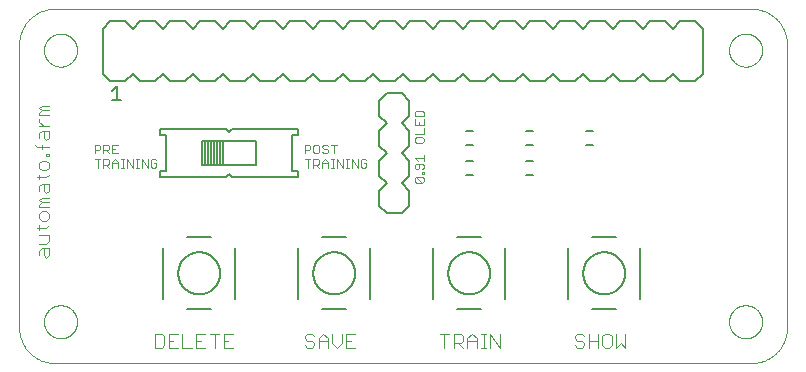
<source format=gto>
G75*
%MOIN*%
%OFA0B0*%
%FSLAX25Y25*%
%IPPOS*%
%LPD*%
%AMOC8*
5,1,8,0,0,1.08239X$1,22.5*
%
%ADD10C,0.00400*%
%ADD11C,0.00300*%
%ADD12C,0.00500*%
%ADD13C,0.00800*%
%ADD14C,0.00600*%
%ADD15C,0.00000*%
D10*
X0050200Y0010200D02*
X0052502Y0010200D01*
X0053269Y0010967D01*
X0053269Y0014037D01*
X0052502Y0014804D01*
X0050200Y0014804D01*
X0050200Y0010200D01*
X0054804Y0010200D02*
X0057873Y0010200D01*
X0059408Y0010200D02*
X0062477Y0010200D01*
X0064012Y0010200D02*
X0067081Y0010200D01*
X0064012Y0010200D02*
X0064012Y0014804D01*
X0067081Y0014804D01*
X0068616Y0014804D02*
X0071685Y0014804D01*
X0073220Y0014804D02*
X0073220Y0010200D01*
X0076289Y0010200D01*
X0074754Y0012502D02*
X0073220Y0012502D01*
X0073220Y0014804D02*
X0076289Y0014804D01*
X0070150Y0014804D02*
X0070150Y0010200D01*
X0065546Y0012502D02*
X0064012Y0012502D01*
X0059408Y0014804D02*
X0059408Y0010200D01*
X0056339Y0012502D02*
X0054804Y0012502D01*
X0054804Y0014804D02*
X0054804Y0010200D01*
X0054804Y0014804D02*
X0057873Y0014804D01*
X0100200Y0014037D02*
X0100200Y0013269D01*
X0100967Y0012502D01*
X0102502Y0012502D01*
X0103269Y0011735D01*
X0103269Y0010967D01*
X0102502Y0010200D01*
X0100967Y0010200D01*
X0100200Y0010967D01*
X0104804Y0010200D02*
X0104804Y0013269D01*
X0106339Y0014804D01*
X0107873Y0013269D01*
X0107873Y0010200D01*
X0109408Y0011735D02*
X0110942Y0010200D01*
X0112477Y0011735D01*
X0112477Y0014804D01*
X0114012Y0014804D02*
X0114012Y0010200D01*
X0117081Y0010200D01*
X0115546Y0012502D02*
X0114012Y0012502D01*
X0114012Y0014804D02*
X0117081Y0014804D01*
X0109408Y0014804D02*
X0109408Y0011735D01*
X0107873Y0012502D02*
X0104804Y0012502D01*
X0103269Y0014037D02*
X0102502Y0014804D01*
X0100967Y0014804D01*
X0100200Y0014037D01*
X0145200Y0014804D02*
X0148269Y0014804D01*
X0146735Y0014804D02*
X0146735Y0010200D01*
X0149804Y0010200D02*
X0149804Y0014804D01*
X0152106Y0014804D01*
X0152873Y0014037D01*
X0152873Y0012502D01*
X0152106Y0011735D01*
X0149804Y0011735D01*
X0151339Y0011735D02*
X0152873Y0010200D01*
X0154408Y0010200D02*
X0154408Y0013269D01*
X0155942Y0014804D01*
X0157477Y0013269D01*
X0157477Y0010200D01*
X0159012Y0010200D02*
X0160546Y0010200D01*
X0159779Y0010200D02*
X0159779Y0014804D01*
X0159012Y0014804D02*
X0160546Y0014804D01*
X0162081Y0014804D02*
X0165150Y0010200D01*
X0165150Y0014804D01*
X0162081Y0014804D02*
X0162081Y0010200D01*
X0157477Y0012502D02*
X0154408Y0012502D01*
X0190200Y0013269D02*
X0190967Y0012502D01*
X0192502Y0012502D01*
X0193269Y0011735D01*
X0193269Y0010967D01*
X0192502Y0010200D01*
X0190967Y0010200D01*
X0190200Y0010967D01*
X0190200Y0013269D02*
X0190200Y0014037D01*
X0190967Y0014804D01*
X0192502Y0014804D01*
X0193269Y0014037D01*
X0194804Y0014804D02*
X0194804Y0010200D01*
X0197873Y0010200D02*
X0197873Y0014804D01*
X0199408Y0014037D02*
X0199408Y0010967D01*
X0200175Y0010200D01*
X0201710Y0010200D01*
X0202477Y0010967D01*
X0202477Y0014037D01*
X0201710Y0014804D01*
X0200175Y0014804D01*
X0199408Y0014037D01*
X0197873Y0012502D02*
X0194804Y0012502D01*
X0204012Y0014804D02*
X0204012Y0010200D01*
X0205546Y0011735D01*
X0207081Y0010200D01*
X0207081Y0014804D01*
X0014800Y0040967D02*
X0014033Y0040200D01*
X0013265Y0040967D01*
X0013265Y0043269D01*
X0012498Y0043269D02*
X0014800Y0043269D01*
X0014800Y0040967D01*
X0011731Y0040967D02*
X0011731Y0042502D01*
X0012498Y0043269D01*
X0011731Y0044804D02*
X0014033Y0044804D01*
X0014800Y0045571D01*
X0014800Y0047873D01*
X0011731Y0047873D01*
X0011731Y0049408D02*
X0011731Y0050942D01*
X0010963Y0050175D02*
X0014033Y0050175D01*
X0014800Y0050942D01*
X0014033Y0052477D02*
X0012498Y0052477D01*
X0011731Y0053244D01*
X0011731Y0054779D01*
X0012498Y0055546D01*
X0014033Y0055546D01*
X0014800Y0054779D01*
X0014800Y0053244D01*
X0014033Y0052477D01*
X0014800Y0057081D02*
X0011731Y0057081D01*
X0011731Y0057848D01*
X0012498Y0058616D01*
X0011731Y0059383D01*
X0012498Y0060150D01*
X0014800Y0060150D01*
X0014800Y0058616D02*
X0012498Y0058616D01*
X0014033Y0061685D02*
X0013265Y0062452D01*
X0013265Y0064754D01*
X0012498Y0064754D02*
X0014800Y0064754D01*
X0014800Y0062452D01*
X0014033Y0061685D01*
X0011731Y0062452D02*
X0011731Y0063987D01*
X0012498Y0064754D01*
X0011731Y0066289D02*
X0011731Y0067824D01*
X0010963Y0067056D02*
X0014033Y0067056D01*
X0014800Y0067824D01*
X0014033Y0069358D02*
X0012498Y0069358D01*
X0011731Y0070125D01*
X0011731Y0071660D01*
X0012498Y0072427D01*
X0014033Y0072427D01*
X0014800Y0071660D01*
X0014800Y0070125D01*
X0014033Y0069358D01*
X0014033Y0073962D02*
X0014033Y0074729D01*
X0014800Y0074729D01*
X0014800Y0073962D01*
X0014033Y0073962D01*
X0012498Y0076264D02*
X0012498Y0077799D01*
X0010963Y0077031D02*
X0010196Y0077799D01*
X0010963Y0077031D02*
X0014800Y0077031D01*
X0014033Y0079333D02*
X0013265Y0080101D01*
X0013265Y0082403D01*
X0012498Y0082403D02*
X0014800Y0082403D01*
X0014800Y0080101D01*
X0014033Y0079333D01*
X0011731Y0080101D02*
X0011731Y0081635D01*
X0012498Y0082403D01*
X0011731Y0083937D02*
X0014800Y0083937D01*
X0013265Y0083937D02*
X0011731Y0085472D01*
X0011731Y0086239D01*
X0011731Y0087774D02*
X0011731Y0088541D01*
X0012498Y0089309D01*
X0011731Y0090076D01*
X0012498Y0090843D01*
X0014800Y0090843D01*
X0014800Y0089309D02*
X0012498Y0089309D01*
X0011731Y0087774D02*
X0014800Y0087774D01*
D11*
X0030150Y0077852D02*
X0031601Y0077852D01*
X0032085Y0077369D01*
X0032085Y0076401D01*
X0031601Y0075917D01*
X0030150Y0075917D01*
X0030150Y0074950D02*
X0030150Y0077852D01*
X0033097Y0077852D02*
X0034548Y0077852D01*
X0035031Y0077369D01*
X0035031Y0076401D01*
X0034548Y0075917D01*
X0033097Y0075917D01*
X0033097Y0074950D02*
X0033097Y0077852D01*
X0034064Y0075917D02*
X0035031Y0074950D01*
X0036043Y0074950D02*
X0037978Y0074950D01*
X0037011Y0076401D02*
X0036043Y0076401D01*
X0036043Y0077852D02*
X0036043Y0074950D01*
X0037011Y0073052D02*
X0036043Y0072085D01*
X0036043Y0070150D01*
X0035031Y0070150D02*
X0034064Y0071117D01*
X0034548Y0071117D02*
X0033097Y0071117D01*
X0033097Y0070150D02*
X0033097Y0073052D01*
X0034548Y0073052D01*
X0035031Y0072569D01*
X0035031Y0071601D01*
X0034548Y0071117D01*
X0036043Y0071601D02*
X0037978Y0071601D01*
X0037978Y0072085D02*
X0037978Y0070150D01*
X0038990Y0070150D02*
X0039957Y0070150D01*
X0039473Y0070150D02*
X0039473Y0073052D01*
X0038990Y0073052D02*
X0039957Y0073052D01*
X0040954Y0073052D02*
X0042889Y0070150D01*
X0042889Y0073052D01*
X0043900Y0073052D02*
X0044868Y0073052D01*
X0044384Y0073052D02*
X0044384Y0070150D01*
X0043900Y0070150D02*
X0044868Y0070150D01*
X0045865Y0070150D02*
X0045865Y0073052D01*
X0047800Y0070150D01*
X0047800Y0073052D01*
X0048811Y0072569D02*
X0048811Y0070634D01*
X0049295Y0070150D01*
X0050263Y0070150D01*
X0050746Y0070634D01*
X0050746Y0071601D01*
X0049779Y0071601D01*
X0050746Y0072569D02*
X0050263Y0073052D01*
X0049295Y0073052D01*
X0048811Y0072569D01*
X0040954Y0073052D02*
X0040954Y0070150D01*
X0037978Y0072085D02*
X0037011Y0073052D01*
X0032085Y0073052D02*
X0030150Y0073052D01*
X0031117Y0073052D02*
X0031117Y0070150D01*
X0036043Y0077852D02*
X0037978Y0077852D01*
X0100150Y0077852D02*
X0100150Y0074950D01*
X0100150Y0075917D02*
X0101601Y0075917D01*
X0102085Y0076401D01*
X0102085Y0077369D01*
X0101601Y0077852D01*
X0100150Y0077852D01*
X0103097Y0077369D02*
X0103097Y0075434D01*
X0103580Y0074950D01*
X0104548Y0074950D01*
X0105031Y0075434D01*
X0105031Y0077369D01*
X0104548Y0077852D01*
X0103580Y0077852D01*
X0103097Y0077369D01*
X0106043Y0077369D02*
X0106043Y0076885D01*
X0106527Y0076401D01*
X0107494Y0076401D01*
X0107978Y0075917D01*
X0107978Y0075434D01*
X0107494Y0074950D01*
X0106527Y0074950D01*
X0106043Y0075434D01*
X0109957Y0074950D02*
X0109957Y0077852D01*
X0108990Y0077852D02*
X0110925Y0077852D01*
X0107978Y0077369D02*
X0107494Y0077852D01*
X0106527Y0077852D01*
X0106043Y0077369D01*
X0107011Y0073052D02*
X0107978Y0072085D01*
X0107978Y0070150D01*
X0108990Y0070150D02*
X0109957Y0070150D01*
X0109473Y0070150D02*
X0109473Y0073052D01*
X0108990Y0073052D02*
X0109957Y0073052D01*
X0110954Y0073052D02*
X0112889Y0070150D01*
X0112889Y0073052D01*
X0113900Y0073052D02*
X0114868Y0073052D01*
X0114384Y0073052D02*
X0114384Y0070150D01*
X0113900Y0070150D02*
X0114868Y0070150D01*
X0115865Y0070150D02*
X0115865Y0073052D01*
X0117800Y0070150D01*
X0117800Y0073052D01*
X0118811Y0072569D02*
X0118811Y0070634D01*
X0119295Y0070150D01*
X0120263Y0070150D01*
X0120746Y0070634D01*
X0120746Y0071601D01*
X0119779Y0071601D01*
X0120746Y0072569D02*
X0120263Y0073052D01*
X0119295Y0073052D01*
X0118811Y0072569D01*
X0110954Y0073052D02*
X0110954Y0070150D01*
X0107978Y0071601D02*
X0106043Y0071601D01*
X0106043Y0072085D02*
X0106043Y0070150D01*
X0105031Y0070150D02*
X0104064Y0071117D01*
X0104548Y0071117D02*
X0103097Y0071117D01*
X0103097Y0070150D02*
X0103097Y0073052D01*
X0104548Y0073052D01*
X0105031Y0072569D01*
X0105031Y0071601D01*
X0104548Y0071117D01*
X0106043Y0072085D02*
X0107011Y0073052D01*
X0102085Y0073052D02*
X0100150Y0073052D01*
X0101117Y0073052D02*
X0101117Y0070150D01*
X0136948Y0070054D02*
X0137431Y0069570D01*
X0137915Y0069570D01*
X0138399Y0070054D01*
X0138399Y0071505D01*
X0139366Y0071505D02*
X0137431Y0071505D01*
X0136948Y0071021D01*
X0136948Y0070054D01*
X0139366Y0069570D02*
X0139850Y0070054D01*
X0139850Y0071021D01*
X0139366Y0071505D01*
X0139850Y0072516D02*
X0139850Y0074451D01*
X0139850Y0073484D02*
X0136948Y0073484D01*
X0137915Y0072516D01*
X0139366Y0068580D02*
X0139850Y0068580D01*
X0139850Y0068097D01*
X0139366Y0068097D01*
X0139366Y0068580D01*
X0139366Y0067085D02*
X0137431Y0067085D01*
X0139366Y0065150D01*
X0139850Y0065634D01*
X0139850Y0066601D01*
X0139366Y0067085D01*
X0137431Y0067085D02*
X0136948Y0066601D01*
X0136948Y0065634D01*
X0137431Y0065150D01*
X0139366Y0065150D01*
X0139366Y0078409D02*
X0137431Y0078409D01*
X0136948Y0078893D01*
X0136948Y0079861D01*
X0137431Y0080344D01*
X0139366Y0080344D01*
X0139850Y0079861D01*
X0139850Y0078893D01*
X0139366Y0078409D01*
X0139850Y0081356D02*
X0136948Y0081356D01*
X0139850Y0081356D02*
X0139850Y0083291D01*
X0139850Y0084302D02*
X0139850Y0086237D01*
X0139850Y0087249D02*
X0136948Y0087249D01*
X0136948Y0088700D01*
X0137431Y0089184D01*
X0139366Y0089184D01*
X0139850Y0088700D01*
X0139850Y0087249D01*
X0136948Y0086237D02*
X0136948Y0084302D01*
X0139850Y0084302D01*
X0138399Y0084302D02*
X0138399Y0085270D01*
D12*
X0098000Y0083000D02*
X0098000Y0081000D01*
X0096000Y0081000D01*
X0096000Y0069000D01*
X0098000Y0069000D01*
X0098000Y0067000D01*
X0076000Y0067000D01*
X0075000Y0068000D01*
X0074000Y0067000D01*
X0052000Y0067000D01*
X0052000Y0069000D01*
X0054000Y0069000D01*
X0054000Y0081000D01*
X0052000Y0081000D01*
X0052000Y0083000D01*
X0074000Y0083000D01*
X0075000Y0082000D01*
X0076000Y0083000D01*
X0098000Y0083000D01*
X0084000Y0079000D02*
X0084000Y0071000D01*
X0066000Y0071000D01*
X0066000Y0079000D01*
X0084000Y0079000D01*
X0073000Y0079000D02*
X0073000Y0071000D01*
X0072000Y0071000D02*
X0072000Y0079000D01*
X0071000Y0079000D02*
X0071000Y0071000D01*
X0070000Y0071000D02*
X0070000Y0079000D01*
X0069000Y0079000D02*
X0069000Y0071000D01*
X0068000Y0071000D02*
X0068000Y0079000D01*
X0067000Y0079000D02*
X0067000Y0071000D01*
X0039087Y0092766D02*
X0036085Y0092766D01*
X0037586Y0092766D02*
X0037586Y0097270D01*
X0036085Y0095768D01*
D13*
X0125000Y0092500D02*
X0125000Y0087500D01*
X0127500Y0085000D01*
X0125000Y0082500D01*
X0125000Y0077500D01*
X0127500Y0075000D01*
X0125000Y0072500D01*
X0125000Y0067500D01*
X0127500Y0065000D01*
X0125000Y0062500D01*
X0125000Y0057500D01*
X0127500Y0055000D01*
X0132500Y0055000D01*
X0135000Y0057500D01*
X0135000Y0062500D01*
X0132500Y0065000D01*
X0135000Y0067500D01*
X0135000Y0072500D01*
X0132500Y0075000D01*
X0135000Y0077500D01*
X0135000Y0082500D01*
X0132500Y0085000D01*
X0135000Y0087500D01*
X0135000Y0092500D01*
X0132500Y0095000D01*
X0127500Y0095000D01*
X0125000Y0092500D01*
X0114000Y0047000D02*
X0106071Y0047000D01*
X0098000Y0043500D02*
X0098000Y0026500D01*
X0105953Y0023000D02*
X0114000Y0023000D01*
X0122000Y0026500D02*
X0122000Y0043500D01*
X0103000Y0035000D02*
X0103002Y0035172D01*
X0103008Y0035343D01*
X0103019Y0035515D01*
X0103034Y0035686D01*
X0103053Y0035857D01*
X0103076Y0036027D01*
X0103103Y0036197D01*
X0103135Y0036366D01*
X0103170Y0036534D01*
X0103210Y0036701D01*
X0103254Y0036867D01*
X0103301Y0037032D01*
X0103353Y0037196D01*
X0103409Y0037358D01*
X0103469Y0037519D01*
X0103533Y0037679D01*
X0103601Y0037837D01*
X0103672Y0037993D01*
X0103747Y0038147D01*
X0103827Y0038300D01*
X0103909Y0038450D01*
X0103996Y0038599D01*
X0104086Y0038745D01*
X0104180Y0038889D01*
X0104277Y0039031D01*
X0104378Y0039170D01*
X0104482Y0039307D01*
X0104589Y0039441D01*
X0104700Y0039572D01*
X0104813Y0039701D01*
X0104930Y0039827D01*
X0105050Y0039950D01*
X0105173Y0040070D01*
X0105299Y0040187D01*
X0105428Y0040300D01*
X0105559Y0040411D01*
X0105693Y0040518D01*
X0105830Y0040622D01*
X0105969Y0040723D01*
X0106111Y0040820D01*
X0106255Y0040914D01*
X0106401Y0041004D01*
X0106550Y0041091D01*
X0106700Y0041173D01*
X0106853Y0041253D01*
X0107007Y0041328D01*
X0107163Y0041399D01*
X0107321Y0041467D01*
X0107481Y0041531D01*
X0107642Y0041591D01*
X0107804Y0041647D01*
X0107968Y0041699D01*
X0108133Y0041746D01*
X0108299Y0041790D01*
X0108466Y0041830D01*
X0108634Y0041865D01*
X0108803Y0041897D01*
X0108973Y0041924D01*
X0109143Y0041947D01*
X0109314Y0041966D01*
X0109485Y0041981D01*
X0109657Y0041992D01*
X0109828Y0041998D01*
X0110000Y0042000D01*
X0110172Y0041998D01*
X0110343Y0041992D01*
X0110515Y0041981D01*
X0110686Y0041966D01*
X0110857Y0041947D01*
X0111027Y0041924D01*
X0111197Y0041897D01*
X0111366Y0041865D01*
X0111534Y0041830D01*
X0111701Y0041790D01*
X0111867Y0041746D01*
X0112032Y0041699D01*
X0112196Y0041647D01*
X0112358Y0041591D01*
X0112519Y0041531D01*
X0112679Y0041467D01*
X0112837Y0041399D01*
X0112993Y0041328D01*
X0113147Y0041253D01*
X0113300Y0041173D01*
X0113450Y0041091D01*
X0113599Y0041004D01*
X0113745Y0040914D01*
X0113889Y0040820D01*
X0114031Y0040723D01*
X0114170Y0040622D01*
X0114307Y0040518D01*
X0114441Y0040411D01*
X0114572Y0040300D01*
X0114701Y0040187D01*
X0114827Y0040070D01*
X0114950Y0039950D01*
X0115070Y0039827D01*
X0115187Y0039701D01*
X0115300Y0039572D01*
X0115411Y0039441D01*
X0115518Y0039307D01*
X0115622Y0039170D01*
X0115723Y0039031D01*
X0115820Y0038889D01*
X0115914Y0038745D01*
X0116004Y0038599D01*
X0116091Y0038450D01*
X0116173Y0038300D01*
X0116253Y0038147D01*
X0116328Y0037993D01*
X0116399Y0037837D01*
X0116467Y0037679D01*
X0116531Y0037519D01*
X0116591Y0037358D01*
X0116647Y0037196D01*
X0116699Y0037032D01*
X0116746Y0036867D01*
X0116790Y0036701D01*
X0116830Y0036534D01*
X0116865Y0036366D01*
X0116897Y0036197D01*
X0116924Y0036027D01*
X0116947Y0035857D01*
X0116966Y0035686D01*
X0116981Y0035515D01*
X0116992Y0035343D01*
X0116998Y0035172D01*
X0117000Y0035000D01*
X0116998Y0034828D01*
X0116992Y0034657D01*
X0116981Y0034485D01*
X0116966Y0034314D01*
X0116947Y0034143D01*
X0116924Y0033973D01*
X0116897Y0033803D01*
X0116865Y0033634D01*
X0116830Y0033466D01*
X0116790Y0033299D01*
X0116746Y0033133D01*
X0116699Y0032968D01*
X0116647Y0032804D01*
X0116591Y0032642D01*
X0116531Y0032481D01*
X0116467Y0032321D01*
X0116399Y0032163D01*
X0116328Y0032007D01*
X0116253Y0031853D01*
X0116173Y0031700D01*
X0116091Y0031550D01*
X0116004Y0031401D01*
X0115914Y0031255D01*
X0115820Y0031111D01*
X0115723Y0030969D01*
X0115622Y0030830D01*
X0115518Y0030693D01*
X0115411Y0030559D01*
X0115300Y0030428D01*
X0115187Y0030299D01*
X0115070Y0030173D01*
X0114950Y0030050D01*
X0114827Y0029930D01*
X0114701Y0029813D01*
X0114572Y0029700D01*
X0114441Y0029589D01*
X0114307Y0029482D01*
X0114170Y0029378D01*
X0114031Y0029277D01*
X0113889Y0029180D01*
X0113745Y0029086D01*
X0113599Y0028996D01*
X0113450Y0028909D01*
X0113300Y0028827D01*
X0113147Y0028747D01*
X0112993Y0028672D01*
X0112837Y0028601D01*
X0112679Y0028533D01*
X0112519Y0028469D01*
X0112358Y0028409D01*
X0112196Y0028353D01*
X0112032Y0028301D01*
X0111867Y0028254D01*
X0111701Y0028210D01*
X0111534Y0028170D01*
X0111366Y0028135D01*
X0111197Y0028103D01*
X0111027Y0028076D01*
X0110857Y0028053D01*
X0110686Y0028034D01*
X0110515Y0028019D01*
X0110343Y0028008D01*
X0110172Y0028002D01*
X0110000Y0028000D01*
X0109828Y0028002D01*
X0109657Y0028008D01*
X0109485Y0028019D01*
X0109314Y0028034D01*
X0109143Y0028053D01*
X0108973Y0028076D01*
X0108803Y0028103D01*
X0108634Y0028135D01*
X0108466Y0028170D01*
X0108299Y0028210D01*
X0108133Y0028254D01*
X0107968Y0028301D01*
X0107804Y0028353D01*
X0107642Y0028409D01*
X0107481Y0028469D01*
X0107321Y0028533D01*
X0107163Y0028601D01*
X0107007Y0028672D01*
X0106853Y0028747D01*
X0106700Y0028827D01*
X0106550Y0028909D01*
X0106401Y0028996D01*
X0106255Y0029086D01*
X0106111Y0029180D01*
X0105969Y0029277D01*
X0105830Y0029378D01*
X0105693Y0029482D01*
X0105559Y0029589D01*
X0105428Y0029700D01*
X0105299Y0029813D01*
X0105173Y0029930D01*
X0105050Y0030050D01*
X0104930Y0030173D01*
X0104813Y0030299D01*
X0104700Y0030428D01*
X0104589Y0030559D01*
X0104482Y0030693D01*
X0104378Y0030830D01*
X0104277Y0030969D01*
X0104180Y0031111D01*
X0104086Y0031255D01*
X0103996Y0031401D01*
X0103909Y0031550D01*
X0103827Y0031700D01*
X0103747Y0031853D01*
X0103672Y0032007D01*
X0103601Y0032163D01*
X0103533Y0032321D01*
X0103469Y0032481D01*
X0103409Y0032642D01*
X0103353Y0032804D01*
X0103301Y0032968D01*
X0103254Y0033133D01*
X0103210Y0033299D01*
X0103170Y0033466D01*
X0103135Y0033634D01*
X0103103Y0033803D01*
X0103076Y0033973D01*
X0103053Y0034143D01*
X0103034Y0034314D01*
X0103019Y0034485D01*
X0103008Y0034657D01*
X0103002Y0034828D01*
X0103000Y0035000D01*
X0077000Y0026500D02*
X0077000Y0043500D01*
X0069000Y0047000D02*
X0061071Y0047000D01*
X0053000Y0043500D02*
X0053000Y0026500D01*
X0060953Y0023000D02*
X0069000Y0023000D01*
X0058000Y0035000D02*
X0058002Y0035172D01*
X0058008Y0035343D01*
X0058019Y0035515D01*
X0058034Y0035686D01*
X0058053Y0035857D01*
X0058076Y0036027D01*
X0058103Y0036197D01*
X0058135Y0036366D01*
X0058170Y0036534D01*
X0058210Y0036701D01*
X0058254Y0036867D01*
X0058301Y0037032D01*
X0058353Y0037196D01*
X0058409Y0037358D01*
X0058469Y0037519D01*
X0058533Y0037679D01*
X0058601Y0037837D01*
X0058672Y0037993D01*
X0058747Y0038147D01*
X0058827Y0038300D01*
X0058909Y0038450D01*
X0058996Y0038599D01*
X0059086Y0038745D01*
X0059180Y0038889D01*
X0059277Y0039031D01*
X0059378Y0039170D01*
X0059482Y0039307D01*
X0059589Y0039441D01*
X0059700Y0039572D01*
X0059813Y0039701D01*
X0059930Y0039827D01*
X0060050Y0039950D01*
X0060173Y0040070D01*
X0060299Y0040187D01*
X0060428Y0040300D01*
X0060559Y0040411D01*
X0060693Y0040518D01*
X0060830Y0040622D01*
X0060969Y0040723D01*
X0061111Y0040820D01*
X0061255Y0040914D01*
X0061401Y0041004D01*
X0061550Y0041091D01*
X0061700Y0041173D01*
X0061853Y0041253D01*
X0062007Y0041328D01*
X0062163Y0041399D01*
X0062321Y0041467D01*
X0062481Y0041531D01*
X0062642Y0041591D01*
X0062804Y0041647D01*
X0062968Y0041699D01*
X0063133Y0041746D01*
X0063299Y0041790D01*
X0063466Y0041830D01*
X0063634Y0041865D01*
X0063803Y0041897D01*
X0063973Y0041924D01*
X0064143Y0041947D01*
X0064314Y0041966D01*
X0064485Y0041981D01*
X0064657Y0041992D01*
X0064828Y0041998D01*
X0065000Y0042000D01*
X0065172Y0041998D01*
X0065343Y0041992D01*
X0065515Y0041981D01*
X0065686Y0041966D01*
X0065857Y0041947D01*
X0066027Y0041924D01*
X0066197Y0041897D01*
X0066366Y0041865D01*
X0066534Y0041830D01*
X0066701Y0041790D01*
X0066867Y0041746D01*
X0067032Y0041699D01*
X0067196Y0041647D01*
X0067358Y0041591D01*
X0067519Y0041531D01*
X0067679Y0041467D01*
X0067837Y0041399D01*
X0067993Y0041328D01*
X0068147Y0041253D01*
X0068300Y0041173D01*
X0068450Y0041091D01*
X0068599Y0041004D01*
X0068745Y0040914D01*
X0068889Y0040820D01*
X0069031Y0040723D01*
X0069170Y0040622D01*
X0069307Y0040518D01*
X0069441Y0040411D01*
X0069572Y0040300D01*
X0069701Y0040187D01*
X0069827Y0040070D01*
X0069950Y0039950D01*
X0070070Y0039827D01*
X0070187Y0039701D01*
X0070300Y0039572D01*
X0070411Y0039441D01*
X0070518Y0039307D01*
X0070622Y0039170D01*
X0070723Y0039031D01*
X0070820Y0038889D01*
X0070914Y0038745D01*
X0071004Y0038599D01*
X0071091Y0038450D01*
X0071173Y0038300D01*
X0071253Y0038147D01*
X0071328Y0037993D01*
X0071399Y0037837D01*
X0071467Y0037679D01*
X0071531Y0037519D01*
X0071591Y0037358D01*
X0071647Y0037196D01*
X0071699Y0037032D01*
X0071746Y0036867D01*
X0071790Y0036701D01*
X0071830Y0036534D01*
X0071865Y0036366D01*
X0071897Y0036197D01*
X0071924Y0036027D01*
X0071947Y0035857D01*
X0071966Y0035686D01*
X0071981Y0035515D01*
X0071992Y0035343D01*
X0071998Y0035172D01*
X0072000Y0035000D01*
X0071998Y0034828D01*
X0071992Y0034657D01*
X0071981Y0034485D01*
X0071966Y0034314D01*
X0071947Y0034143D01*
X0071924Y0033973D01*
X0071897Y0033803D01*
X0071865Y0033634D01*
X0071830Y0033466D01*
X0071790Y0033299D01*
X0071746Y0033133D01*
X0071699Y0032968D01*
X0071647Y0032804D01*
X0071591Y0032642D01*
X0071531Y0032481D01*
X0071467Y0032321D01*
X0071399Y0032163D01*
X0071328Y0032007D01*
X0071253Y0031853D01*
X0071173Y0031700D01*
X0071091Y0031550D01*
X0071004Y0031401D01*
X0070914Y0031255D01*
X0070820Y0031111D01*
X0070723Y0030969D01*
X0070622Y0030830D01*
X0070518Y0030693D01*
X0070411Y0030559D01*
X0070300Y0030428D01*
X0070187Y0030299D01*
X0070070Y0030173D01*
X0069950Y0030050D01*
X0069827Y0029930D01*
X0069701Y0029813D01*
X0069572Y0029700D01*
X0069441Y0029589D01*
X0069307Y0029482D01*
X0069170Y0029378D01*
X0069031Y0029277D01*
X0068889Y0029180D01*
X0068745Y0029086D01*
X0068599Y0028996D01*
X0068450Y0028909D01*
X0068300Y0028827D01*
X0068147Y0028747D01*
X0067993Y0028672D01*
X0067837Y0028601D01*
X0067679Y0028533D01*
X0067519Y0028469D01*
X0067358Y0028409D01*
X0067196Y0028353D01*
X0067032Y0028301D01*
X0066867Y0028254D01*
X0066701Y0028210D01*
X0066534Y0028170D01*
X0066366Y0028135D01*
X0066197Y0028103D01*
X0066027Y0028076D01*
X0065857Y0028053D01*
X0065686Y0028034D01*
X0065515Y0028019D01*
X0065343Y0028008D01*
X0065172Y0028002D01*
X0065000Y0028000D01*
X0064828Y0028002D01*
X0064657Y0028008D01*
X0064485Y0028019D01*
X0064314Y0028034D01*
X0064143Y0028053D01*
X0063973Y0028076D01*
X0063803Y0028103D01*
X0063634Y0028135D01*
X0063466Y0028170D01*
X0063299Y0028210D01*
X0063133Y0028254D01*
X0062968Y0028301D01*
X0062804Y0028353D01*
X0062642Y0028409D01*
X0062481Y0028469D01*
X0062321Y0028533D01*
X0062163Y0028601D01*
X0062007Y0028672D01*
X0061853Y0028747D01*
X0061700Y0028827D01*
X0061550Y0028909D01*
X0061401Y0028996D01*
X0061255Y0029086D01*
X0061111Y0029180D01*
X0060969Y0029277D01*
X0060830Y0029378D01*
X0060693Y0029482D01*
X0060559Y0029589D01*
X0060428Y0029700D01*
X0060299Y0029813D01*
X0060173Y0029930D01*
X0060050Y0030050D01*
X0059930Y0030173D01*
X0059813Y0030299D01*
X0059700Y0030428D01*
X0059589Y0030559D01*
X0059482Y0030693D01*
X0059378Y0030830D01*
X0059277Y0030969D01*
X0059180Y0031111D01*
X0059086Y0031255D01*
X0058996Y0031401D01*
X0058909Y0031550D01*
X0058827Y0031700D01*
X0058747Y0031853D01*
X0058672Y0032007D01*
X0058601Y0032163D01*
X0058533Y0032321D01*
X0058469Y0032481D01*
X0058409Y0032642D01*
X0058353Y0032804D01*
X0058301Y0032968D01*
X0058254Y0033133D01*
X0058210Y0033299D01*
X0058170Y0033466D01*
X0058135Y0033634D01*
X0058103Y0033803D01*
X0058076Y0033973D01*
X0058053Y0034143D01*
X0058034Y0034314D01*
X0058019Y0034485D01*
X0058008Y0034657D01*
X0058002Y0034828D01*
X0058000Y0035000D01*
X0143000Y0043500D02*
X0143000Y0026500D01*
X0150953Y0023000D02*
X0159000Y0023000D01*
X0167000Y0026500D02*
X0167000Y0043500D01*
X0159000Y0047000D02*
X0151071Y0047000D01*
X0148000Y0035000D02*
X0148002Y0035172D01*
X0148008Y0035343D01*
X0148019Y0035515D01*
X0148034Y0035686D01*
X0148053Y0035857D01*
X0148076Y0036027D01*
X0148103Y0036197D01*
X0148135Y0036366D01*
X0148170Y0036534D01*
X0148210Y0036701D01*
X0148254Y0036867D01*
X0148301Y0037032D01*
X0148353Y0037196D01*
X0148409Y0037358D01*
X0148469Y0037519D01*
X0148533Y0037679D01*
X0148601Y0037837D01*
X0148672Y0037993D01*
X0148747Y0038147D01*
X0148827Y0038300D01*
X0148909Y0038450D01*
X0148996Y0038599D01*
X0149086Y0038745D01*
X0149180Y0038889D01*
X0149277Y0039031D01*
X0149378Y0039170D01*
X0149482Y0039307D01*
X0149589Y0039441D01*
X0149700Y0039572D01*
X0149813Y0039701D01*
X0149930Y0039827D01*
X0150050Y0039950D01*
X0150173Y0040070D01*
X0150299Y0040187D01*
X0150428Y0040300D01*
X0150559Y0040411D01*
X0150693Y0040518D01*
X0150830Y0040622D01*
X0150969Y0040723D01*
X0151111Y0040820D01*
X0151255Y0040914D01*
X0151401Y0041004D01*
X0151550Y0041091D01*
X0151700Y0041173D01*
X0151853Y0041253D01*
X0152007Y0041328D01*
X0152163Y0041399D01*
X0152321Y0041467D01*
X0152481Y0041531D01*
X0152642Y0041591D01*
X0152804Y0041647D01*
X0152968Y0041699D01*
X0153133Y0041746D01*
X0153299Y0041790D01*
X0153466Y0041830D01*
X0153634Y0041865D01*
X0153803Y0041897D01*
X0153973Y0041924D01*
X0154143Y0041947D01*
X0154314Y0041966D01*
X0154485Y0041981D01*
X0154657Y0041992D01*
X0154828Y0041998D01*
X0155000Y0042000D01*
X0155172Y0041998D01*
X0155343Y0041992D01*
X0155515Y0041981D01*
X0155686Y0041966D01*
X0155857Y0041947D01*
X0156027Y0041924D01*
X0156197Y0041897D01*
X0156366Y0041865D01*
X0156534Y0041830D01*
X0156701Y0041790D01*
X0156867Y0041746D01*
X0157032Y0041699D01*
X0157196Y0041647D01*
X0157358Y0041591D01*
X0157519Y0041531D01*
X0157679Y0041467D01*
X0157837Y0041399D01*
X0157993Y0041328D01*
X0158147Y0041253D01*
X0158300Y0041173D01*
X0158450Y0041091D01*
X0158599Y0041004D01*
X0158745Y0040914D01*
X0158889Y0040820D01*
X0159031Y0040723D01*
X0159170Y0040622D01*
X0159307Y0040518D01*
X0159441Y0040411D01*
X0159572Y0040300D01*
X0159701Y0040187D01*
X0159827Y0040070D01*
X0159950Y0039950D01*
X0160070Y0039827D01*
X0160187Y0039701D01*
X0160300Y0039572D01*
X0160411Y0039441D01*
X0160518Y0039307D01*
X0160622Y0039170D01*
X0160723Y0039031D01*
X0160820Y0038889D01*
X0160914Y0038745D01*
X0161004Y0038599D01*
X0161091Y0038450D01*
X0161173Y0038300D01*
X0161253Y0038147D01*
X0161328Y0037993D01*
X0161399Y0037837D01*
X0161467Y0037679D01*
X0161531Y0037519D01*
X0161591Y0037358D01*
X0161647Y0037196D01*
X0161699Y0037032D01*
X0161746Y0036867D01*
X0161790Y0036701D01*
X0161830Y0036534D01*
X0161865Y0036366D01*
X0161897Y0036197D01*
X0161924Y0036027D01*
X0161947Y0035857D01*
X0161966Y0035686D01*
X0161981Y0035515D01*
X0161992Y0035343D01*
X0161998Y0035172D01*
X0162000Y0035000D01*
X0161998Y0034828D01*
X0161992Y0034657D01*
X0161981Y0034485D01*
X0161966Y0034314D01*
X0161947Y0034143D01*
X0161924Y0033973D01*
X0161897Y0033803D01*
X0161865Y0033634D01*
X0161830Y0033466D01*
X0161790Y0033299D01*
X0161746Y0033133D01*
X0161699Y0032968D01*
X0161647Y0032804D01*
X0161591Y0032642D01*
X0161531Y0032481D01*
X0161467Y0032321D01*
X0161399Y0032163D01*
X0161328Y0032007D01*
X0161253Y0031853D01*
X0161173Y0031700D01*
X0161091Y0031550D01*
X0161004Y0031401D01*
X0160914Y0031255D01*
X0160820Y0031111D01*
X0160723Y0030969D01*
X0160622Y0030830D01*
X0160518Y0030693D01*
X0160411Y0030559D01*
X0160300Y0030428D01*
X0160187Y0030299D01*
X0160070Y0030173D01*
X0159950Y0030050D01*
X0159827Y0029930D01*
X0159701Y0029813D01*
X0159572Y0029700D01*
X0159441Y0029589D01*
X0159307Y0029482D01*
X0159170Y0029378D01*
X0159031Y0029277D01*
X0158889Y0029180D01*
X0158745Y0029086D01*
X0158599Y0028996D01*
X0158450Y0028909D01*
X0158300Y0028827D01*
X0158147Y0028747D01*
X0157993Y0028672D01*
X0157837Y0028601D01*
X0157679Y0028533D01*
X0157519Y0028469D01*
X0157358Y0028409D01*
X0157196Y0028353D01*
X0157032Y0028301D01*
X0156867Y0028254D01*
X0156701Y0028210D01*
X0156534Y0028170D01*
X0156366Y0028135D01*
X0156197Y0028103D01*
X0156027Y0028076D01*
X0155857Y0028053D01*
X0155686Y0028034D01*
X0155515Y0028019D01*
X0155343Y0028008D01*
X0155172Y0028002D01*
X0155000Y0028000D01*
X0154828Y0028002D01*
X0154657Y0028008D01*
X0154485Y0028019D01*
X0154314Y0028034D01*
X0154143Y0028053D01*
X0153973Y0028076D01*
X0153803Y0028103D01*
X0153634Y0028135D01*
X0153466Y0028170D01*
X0153299Y0028210D01*
X0153133Y0028254D01*
X0152968Y0028301D01*
X0152804Y0028353D01*
X0152642Y0028409D01*
X0152481Y0028469D01*
X0152321Y0028533D01*
X0152163Y0028601D01*
X0152007Y0028672D01*
X0151853Y0028747D01*
X0151700Y0028827D01*
X0151550Y0028909D01*
X0151401Y0028996D01*
X0151255Y0029086D01*
X0151111Y0029180D01*
X0150969Y0029277D01*
X0150830Y0029378D01*
X0150693Y0029482D01*
X0150559Y0029589D01*
X0150428Y0029700D01*
X0150299Y0029813D01*
X0150173Y0029930D01*
X0150050Y0030050D01*
X0149930Y0030173D01*
X0149813Y0030299D01*
X0149700Y0030428D01*
X0149589Y0030559D01*
X0149482Y0030693D01*
X0149378Y0030830D01*
X0149277Y0030969D01*
X0149180Y0031111D01*
X0149086Y0031255D01*
X0148996Y0031401D01*
X0148909Y0031550D01*
X0148827Y0031700D01*
X0148747Y0031853D01*
X0148672Y0032007D01*
X0148601Y0032163D01*
X0148533Y0032321D01*
X0148469Y0032481D01*
X0148409Y0032642D01*
X0148353Y0032804D01*
X0148301Y0032968D01*
X0148254Y0033133D01*
X0148210Y0033299D01*
X0148170Y0033466D01*
X0148135Y0033634D01*
X0148103Y0033803D01*
X0148076Y0033973D01*
X0148053Y0034143D01*
X0148034Y0034314D01*
X0148019Y0034485D01*
X0148008Y0034657D01*
X0148002Y0034828D01*
X0148000Y0035000D01*
X0188000Y0043500D02*
X0188000Y0026500D01*
X0195953Y0023000D02*
X0204000Y0023000D01*
X0212000Y0026500D02*
X0212000Y0043500D01*
X0204000Y0047000D02*
X0196071Y0047000D01*
X0193000Y0035000D02*
X0193002Y0035172D01*
X0193008Y0035343D01*
X0193019Y0035515D01*
X0193034Y0035686D01*
X0193053Y0035857D01*
X0193076Y0036027D01*
X0193103Y0036197D01*
X0193135Y0036366D01*
X0193170Y0036534D01*
X0193210Y0036701D01*
X0193254Y0036867D01*
X0193301Y0037032D01*
X0193353Y0037196D01*
X0193409Y0037358D01*
X0193469Y0037519D01*
X0193533Y0037679D01*
X0193601Y0037837D01*
X0193672Y0037993D01*
X0193747Y0038147D01*
X0193827Y0038300D01*
X0193909Y0038450D01*
X0193996Y0038599D01*
X0194086Y0038745D01*
X0194180Y0038889D01*
X0194277Y0039031D01*
X0194378Y0039170D01*
X0194482Y0039307D01*
X0194589Y0039441D01*
X0194700Y0039572D01*
X0194813Y0039701D01*
X0194930Y0039827D01*
X0195050Y0039950D01*
X0195173Y0040070D01*
X0195299Y0040187D01*
X0195428Y0040300D01*
X0195559Y0040411D01*
X0195693Y0040518D01*
X0195830Y0040622D01*
X0195969Y0040723D01*
X0196111Y0040820D01*
X0196255Y0040914D01*
X0196401Y0041004D01*
X0196550Y0041091D01*
X0196700Y0041173D01*
X0196853Y0041253D01*
X0197007Y0041328D01*
X0197163Y0041399D01*
X0197321Y0041467D01*
X0197481Y0041531D01*
X0197642Y0041591D01*
X0197804Y0041647D01*
X0197968Y0041699D01*
X0198133Y0041746D01*
X0198299Y0041790D01*
X0198466Y0041830D01*
X0198634Y0041865D01*
X0198803Y0041897D01*
X0198973Y0041924D01*
X0199143Y0041947D01*
X0199314Y0041966D01*
X0199485Y0041981D01*
X0199657Y0041992D01*
X0199828Y0041998D01*
X0200000Y0042000D01*
X0200172Y0041998D01*
X0200343Y0041992D01*
X0200515Y0041981D01*
X0200686Y0041966D01*
X0200857Y0041947D01*
X0201027Y0041924D01*
X0201197Y0041897D01*
X0201366Y0041865D01*
X0201534Y0041830D01*
X0201701Y0041790D01*
X0201867Y0041746D01*
X0202032Y0041699D01*
X0202196Y0041647D01*
X0202358Y0041591D01*
X0202519Y0041531D01*
X0202679Y0041467D01*
X0202837Y0041399D01*
X0202993Y0041328D01*
X0203147Y0041253D01*
X0203300Y0041173D01*
X0203450Y0041091D01*
X0203599Y0041004D01*
X0203745Y0040914D01*
X0203889Y0040820D01*
X0204031Y0040723D01*
X0204170Y0040622D01*
X0204307Y0040518D01*
X0204441Y0040411D01*
X0204572Y0040300D01*
X0204701Y0040187D01*
X0204827Y0040070D01*
X0204950Y0039950D01*
X0205070Y0039827D01*
X0205187Y0039701D01*
X0205300Y0039572D01*
X0205411Y0039441D01*
X0205518Y0039307D01*
X0205622Y0039170D01*
X0205723Y0039031D01*
X0205820Y0038889D01*
X0205914Y0038745D01*
X0206004Y0038599D01*
X0206091Y0038450D01*
X0206173Y0038300D01*
X0206253Y0038147D01*
X0206328Y0037993D01*
X0206399Y0037837D01*
X0206467Y0037679D01*
X0206531Y0037519D01*
X0206591Y0037358D01*
X0206647Y0037196D01*
X0206699Y0037032D01*
X0206746Y0036867D01*
X0206790Y0036701D01*
X0206830Y0036534D01*
X0206865Y0036366D01*
X0206897Y0036197D01*
X0206924Y0036027D01*
X0206947Y0035857D01*
X0206966Y0035686D01*
X0206981Y0035515D01*
X0206992Y0035343D01*
X0206998Y0035172D01*
X0207000Y0035000D01*
X0206998Y0034828D01*
X0206992Y0034657D01*
X0206981Y0034485D01*
X0206966Y0034314D01*
X0206947Y0034143D01*
X0206924Y0033973D01*
X0206897Y0033803D01*
X0206865Y0033634D01*
X0206830Y0033466D01*
X0206790Y0033299D01*
X0206746Y0033133D01*
X0206699Y0032968D01*
X0206647Y0032804D01*
X0206591Y0032642D01*
X0206531Y0032481D01*
X0206467Y0032321D01*
X0206399Y0032163D01*
X0206328Y0032007D01*
X0206253Y0031853D01*
X0206173Y0031700D01*
X0206091Y0031550D01*
X0206004Y0031401D01*
X0205914Y0031255D01*
X0205820Y0031111D01*
X0205723Y0030969D01*
X0205622Y0030830D01*
X0205518Y0030693D01*
X0205411Y0030559D01*
X0205300Y0030428D01*
X0205187Y0030299D01*
X0205070Y0030173D01*
X0204950Y0030050D01*
X0204827Y0029930D01*
X0204701Y0029813D01*
X0204572Y0029700D01*
X0204441Y0029589D01*
X0204307Y0029482D01*
X0204170Y0029378D01*
X0204031Y0029277D01*
X0203889Y0029180D01*
X0203745Y0029086D01*
X0203599Y0028996D01*
X0203450Y0028909D01*
X0203300Y0028827D01*
X0203147Y0028747D01*
X0202993Y0028672D01*
X0202837Y0028601D01*
X0202679Y0028533D01*
X0202519Y0028469D01*
X0202358Y0028409D01*
X0202196Y0028353D01*
X0202032Y0028301D01*
X0201867Y0028254D01*
X0201701Y0028210D01*
X0201534Y0028170D01*
X0201366Y0028135D01*
X0201197Y0028103D01*
X0201027Y0028076D01*
X0200857Y0028053D01*
X0200686Y0028034D01*
X0200515Y0028019D01*
X0200343Y0028008D01*
X0200172Y0028002D01*
X0200000Y0028000D01*
X0199828Y0028002D01*
X0199657Y0028008D01*
X0199485Y0028019D01*
X0199314Y0028034D01*
X0199143Y0028053D01*
X0198973Y0028076D01*
X0198803Y0028103D01*
X0198634Y0028135D01*
X0198466Y0028170D01*
X0198299Y0028210D01*
X0198133Y0028254D01*
X0197968Y0028301D01*
X0197804Y0028353D01*
X0197642Y0028409D01*
X0197481Y0028469D01*
X0197321Y0028533D01*
X0197163Y0028601D01*
X0197007Y0028672D01*
X0196853Y0028747D01*
X0196700Y0028827D01*
X0196550Y0028909D01*
X0196401Y0028996D01*
X0196255Y0029086D01*
X0196111Y0029180D01*
X0195969Y0029277D01*
X0195830Y0029378D01*
X0195693Y0029482D01*
X0195559Y0029589D01*
X0195428Y0029700D01*
X0195299Y0029813D01*
X0195173Y0029930D01*
X0195050Y0030050D01*
X0194930Y0030173D01*
X0194813Y0030299D01*
X0194700Y0030428D01*
X0194589Y0030559D01*
X0194482Y0030693D01*
X0194378Y0030830D01*
X0194277Y0030969D01*
X0194180Y0031111D01*
X0194086Y0031255D01*
X0193996Y0031401D01*
X0193909Y0031550D01*
X0193827Y0031700D01*
X0193747Y0031853D01*
X0193672Y0032007D01*
X0193601Y0032163D01*
X0193533Y0032321D01*
X0193469Y0032481D01*
X0193409Y0032642D01*
X0193353Y0032804D01*
X0193301Y0032968D01*
X0193254Y0033133D01*
X0193210Y0033299D01*
X0193170Y0033466D01*
X0193135Y0033634D01*
X0193103Y0033803D01*
X0193076Y0033973D01*
X0193053Y0034143D01*
X0193034Y0034314D01*
X0193019Y0034485D01*
X0193008Y0034657D01*
X0193002Y0034828D01*
X0193000Y0035000D01*
D14*
X0176181Y0067638D02*
X0173819Y0067638D01*
X0173819Y0072362D02*
X0176181Y0072362D01*
X0176181Y0077638D02*
X0173819Y0077638D01*
X0173819Y0082362D02*
X0176181Y0082362D01*
X0193819Y0082362D02*
X0196181Y0082362D01*
X0196181Y0077638D02*
X0193819Y0077638D01*
X0156181Y0077638D02*
X0153819Y0077638D01*
X0153819Y0082362D02*
X0156181Y0082362D01*
X0156181Y0072362D02*
X0153819Y0072362D01*
X0153819Y0067638D02*
X0156181Y0067638D01*
X0155335Y0099016D02*
X0152835Y0101516D01*
X0150335Y0099016D01*
X0145335Y0099016D01*
X0142835Y0101516D01*
X0140335Y0099016D01*
X0135335Y0099016D01*
X0132835Y0101516D01*
X0130335Y0099016D01*
X0125335Y0099016D01*
X0122835Y0101516D01*
X0120335Y0099016D01*
X0115335Y0099016D01*
X0112835Y0101516D01*
X0110335Y0099016D01*
X0105335Y0099016D01*
X0102835Y0101516D01*
X0100335Y0099016D01*
X0095335Y0099016D01*
X0092835Y0101516D01*
X0090335Y0099016D01*
X0085335Y0099016D01*
X0082835Y0101516D01*
X0080335Y0099016D01*
X0075335Y0099016D01*
X0072835Y0101516D01*
X0070335Y0099016D01*
X0065335Y0099016D01*
X0062835Y0101516D01*
X0060335Y0099016D01*
X0055335Y0099016D01*
X0052835Y0101516D01*
X0050335Y0099016D01*
X0045335Y0099016D01*
X0042835Y0101516D01*
X0040335Y0099016D01*
X0035335Y0099016D01*
X0032835Y0101516D01*
X0032835Y0116516D01*
X0035335Y0119016D01*
X0040335Y0119016D01*
X0042835Y0116516D01*
X0045335Y0119016D01*
X0050335Y0119016D01*
X0052835Y0116516D01*
X0055335Y0119016D01*
X0060335Y0119016D01*
X0062835Y0116516D01*
X0065335Y0119016D01*
X0070335Y0119016D01*
X0072835Y0116516D01*
X0075335Y0119016D01*
X0080335Y0119016D01*
X0082835Y0116516D01*
X0085335Y0119016D01*
X0090335Y0119016D01*
X0092835Y0116516D01*
X0095335Y0119016D01*
X0100335Y0119016D01*
X0102835Y0116516D01*
X0105335Y0119016D01*
X0110335Y0119016D01*
X0112835Y0116516D01*
X0115335Y0119016D01*
X0120335Y0119016D01*
X0122835Y0116516D01*
X0125335Y0119016D01*
X0130335Y0119016D01*
X0132835Y0116516D01*
X0135335Y0119016D01*
X0140335Y0119016D01*
X0142835Y0116516D01*
X0145335Y0119016D01*
X0150335Y0119016D01*
X0152835Y0116516D01*
X0155335Y0119016D01*
X0160335Y0119016D01*
X0162835Y0116516D01*
X0165335Y0119016D01*
X0170335Y0119016D01*
X0172835Y0116516D01*
X0175335Y0119016D01*
X0180335Y0119016D01*
X0182835Y0116516D01*
X0185335Y0119016D01*
X0190335Y0119016D01*
X0192835Y0116516D01*
X0195335Y0119016D01*
X0200335Y0119016D01*
X0202835Y0116516D01*
X0205335Y0119016D01*
X0210335Y0119016D01*
X0212835Y0116516D01*
X0215335Y0119016D01*
X0220335Y0119016D01*
X0222835Y0116516D01*
X0225335Y0119016D01*
X0230335Y0119016D01*
X0232835Y0116516D01*
X0232835Y0101516D01*
X0230335Y0099016D01*
X0225335Y0099016D01*
X0222835Y0101516D01*
X0220335Y0099016D01*
X0215335Y0099016D01*
X0212835Y0101516D01*
X0210335Y0099016D01*
X0205335Y0099016D01*
X0202835Y0101516D01*
X0200335Y0099016D01*
X0195335Y0099016D01*
X0192835Y0101516D01*
X0190335Y0099016D01*
X0185335Y0099016D01*
X0182835Y0101516D01*
X0180335Y0099016D01*
X0175335Y0099016D01*
X0172835Y0101516D01*
X0170335Y0099016D01*
X0165335Y0099016D01*
X0162835Y0101516D01*
X0160335Y0099016D01*
X0155335Y0099016D01*
D15*
X0249094Y0005000D02*
X0016811Y0005000D01*
X0016526Y0005003D01*
X0016240Y0005014D01*
X0015955Y0005031D01*
X0015671Y0005055D01*
X0015387Y0005086D01*
X0015104Y0005124D01*
X0014823Y0005169D01*
X0014542Y0005220D01*
X0014262Y0005278D01*
X0013984Y0005343D01*
X0013708Y0005415D01*
X0013434Y0005493D01*
X0013161Y0005578D01*
X0012891Y0005670D01*
X0012623Y0005768D01*
X0012357Y0005872D01*
X0012094Y0005983D01*
X0011834Y0006100D01*
X0011576Y0006223D01*
X0011322Y0006353D01*
X0011071Y0006489D01*
X0010823Y0006630D01*
X0010579Y0006778D01*
X0010338Y0006931D01*
X0010102Y0007091D01*
X0009869Y0007256D01*
X0009640Y0007426D01*
X0009415Y0007602D01*
X0009195Y0007784D01*
X0008979Y0007970D01*
X0008768Y0008162D01*
X0008561Y0008359D01*
X0008359Y0008561D01*
X0008162Y0008768D01*
X0007970Y0008979D01*
X0007784Y0009195D01*
X0007602Y0009415D01*
X0007426Y0009640D01*
X0007256Y0009869D01*
X0007091Y0010102D01*
X0006931Y0010338D01*
X0006778Y0010579D01*
X0006630Y0010823D01*
X0006489Y0011071D01*
X0006353Y0011322D01*
X0006223Y0011576D01*
X0006100Y0011834D01*
X0005983Y0012094D01*
X0005872Y0012357D01*
X0005768Y0012623D01*
X0005670Y0012891D01*
X0005578Y0013161D01*
X0005493Y0013434D01*
X0005415Y0013708D01*
X0005343Y0013984D01*
X0005278Y0014262D01*
X0005220Y0014542D01*
X0005169Y0014823D01*
X0005124Y0015104D01*
X0005086Y0015387D01*
X0005055Y0015671D01*
X0005031Y0015955D01*
X0005014Y0016240D01*
X0005003Y0016526D01*
X0005000Y0016811D01*
X0005000Y0111299D01*
X0005003Y0111584D01*
X0005014Y0111870D01*
X0005031Y0112155D01*
X0005055Y0112439D01*
X0005086Y0112723D01*
X0005124Y0113006D01*
X0005169Y0113287D01*
X0005220Y0113568D01*
X0005278Y0113848D01*
X0005343Y0114126D01*
X0005415Y0114402D01*
X0005493Y0114676D01*
X0005578Y0114949D01*
X0005670Y0115219D01*
X0005768Y0115487D01*
X0005872Y0115753D01*
X0005983Y0116016D01*
X0006100Y0116276D01*
X0006223Y0116534D01*
X0006353Y0116788D01*
X0006489Y0117039D01*
X0006630Y0117287D01*
X0006778Y0117531D01*
X0006931Y0117772D01*
X0007091Y0118008D01*
X0007256Y0118241D01*
X0007426Y0118470D01*
X0007602Y0118695D01*
X0007784Y0118915D01*
X0007970Y0119131D01*
X0008162Y0119342D01*
X0008359Y0119549D01*
X0008561Y0119751D01*
X0008768Y0119948D01*
X0008979Y0120140D01*
X0009195Y0120326D01*
X0009415Y0120508D01*
X0009640Y0120684D01*
X0009869Y0120854D01*
X0010102Y0121019D01*
X0010338Y0121179D01*
X0010579Y0121332D01*
X0010823Y0121480D01*
X0011071Y0121621D01*
X0011322Y0121757D01*
X0011576Y0121887D01*
X0011834Y0122010D01*
X0012094Y0122127D01*
X0012357Y0122238D01*
X0012623Y0122342D01*
X0012891Y0122440D01*
X0013161Y0122532D01*
X0013434Y0122617D01*
X0013708Y0122695D01*
X0013984Y0122767D01*
X0014262Y0122832D01*
X0014542Y0122890D01*
X0014823Y0122941D01*
X0015104Y0122986D01*
X0015387Y0123024D01*
X0015671Y0123055D01*
X0015955Y0123079D01*
X0016240Y0123096D01*
X0016526Y0123107D01*
X0016811Y0123110D01*
X0249094Y0123110D01*
X0249379Y0123107D01*
X0249665Y0123096D01*
X0249950Y0123079D01*
X0250234Y0123055D01*
X0250518Y0123024D01*
X0250801Y0122986D01*
X0251082Y0122941D01*
X0251363Y0122890D01*
X0251643Y0122832D01*
X0251921Y0122767D01*
X0252197Y0122695D01*
X0252471Y0122617D01*
X0252744Y0122532D01*
X0253014Y0122440D01*
X0253282Y0122342D01*
X0253548Y0122238D01*
X0253811Y0122127D01*
X0254071Y0122010D01*
X0254329Y0121887D01*
X0254583Y0121757D01*
X0254834Y0121621D01*
X0255082Y0121480D01*
X0255326Y0121332D01*
X0255567Y0121179D01*
X0255803Y0121019D01*
X0256036Y0120854D01*
X0256265Y0120684D01*
X0256490Y0120508D01*
X0256710Y0120326D01*
X0256926Y0120140D01*
X0257137Y0119948D01*
X0257344Y0119751D01*
X0257546Y0119549D01*
X0257743Y0119342D01*
X0257935Y0119131D01*
X0258121Y0118915D01*
X0258303Y0118695D01*
X0258479Y0118470D01*
X0258649Y0118241D01*
X0258814Y0118008D01*
X0258974Y0117772D01*
X0259127Y0117531D01*
X0259275Y0117287D01*
X0259416Y0117039D01*
X0259552Y0116788D01*
X0259682Y0116534D01*
X0259805Y0116276D01*
X0259922Y0116016D01*
X0260033Y0115753D01*
X0260137Y0115487D01*
X0260235Y0115219D01*
X0260327Y0114949D01*
X0260412Y0114676D01*
X0260490Y0114402D01*
X0260562Y0114126D01*
X0260627Y0113848D01*
X0260685Y0113568D01*
X0260736Y0113287D01*
X0260781Y0113006D01*
X0260819Y0112723D01*
X0260850Y0112439D01*
X0260874Y0112155D01*
X0260891Y0111870D01*
X0260902Y0111584D01*
X0260905Y0111299D01*
X0260906Y0111299D02*
X0260906Y0016811D01*
X0260905Y0016811D02*
X0260902Y0016526D01*
X0260891Y0016240D01*
X0260874Y0015955D01*
X0260850Y0015671D01*
X0260819Y0015387D01*
X0260781Y0015104D01*
X0260736Y0014823D01*
X0260685Y0014542D01*
X0260627Y0014262D01*
X0260562Y0013984D01*
X0260490Y0013708D01*
X0260412Y0013434D01*
X0260327Y0013161D01*
X0260235Y0012891D01*
X0260137Y0012623D01*
X0260033Y0012357D01*
X0259922Y0012094D01*
X0259805Y0011834D01*
X0259682Y0011576D01*
X0259552Y0011322D01*
X0259416Y0011071D01*
X0259275Y0010823D01*
X0259127Y0010579D01*
X0258974Y0010338D01*
X0258814Y0010102D01*
X0258649Y0009869D01*
X0258479Y0009640D01*
X0258303Y0009415D01*
X0258121Y0009195D01*
X0257935Y0008979D01*
X0257743Y0008768D01*
X0257546Y0008561D01*
X0257344Y0008359D01*
X0257137Y0008162D01*
X0256926Y0007970D01*
X0256710Y0007784D01*
X0256490Y0007602D01*
X0256265Y0007426D01*
X0256036Y0007256D01*
X0255803Y0007091D01*
X0255567Y0006931D01*
X0255326Y0006778D01*
X0255082Y0006630D01*
X0254834Y0006489D01*
X0254583Y0006353D01*
X0254329Y0006223D01*
X0254071Y0006100D01*
X0253811Y0005983D01*
X0253548Y0005872D01*
X0253282Y0005768D01*
X0253014Y0005670D01*
X0252744Y0005578D01*
X0252471Y0005493D01*
X0252197Y0005415D01*
X0251921Y0005343D01*
X0251643Y0005278D01*
X0251363Y0005220D01*
X0251082Y0005169D01*
X0250801Y0005124D01*
X0250518Y0005086D01*
X0250234Y0005055D01*
X0249950Y0005031D01*
X0249665Y0005014D01*
X0249379Y0005003D01*
X0249094Y0005000D01*
X0241614Y0018780D02*
X0241616Y0018928D01*
X0241622Y0019076D01*
X0241632Y0019224D01*
X0241646Y0019371D01*
X0241664Y0019518D01*
X0241685Y0019664D01*
X0241711Y0019810D01*
X0241741Y0019955D01*
X0241774Y0020099D01*
X0241812Y0020242D01*
X0241853Y0020384D01*
X0241898Y0020525D01*
X0241946Y0020665D01*
X0241999Y0020804D01*
X0242055Y0020941D01*
X0242115Y0021076D01*
X0242178Y0021210D01*
X0242245Y0021342D01*
X0242316Y0021472D01*
X0242390Y0021600D01*
X0242467Y0021726D01*
X0242548Y0021850D01*
X0242632Y0021972D01*
X0242719Y0022091D01*
X0242810Y0022208D01*
X0242904Y0022323D01*
X0243000Y0022435D01*
X0243100Y0022545D01*
X0243202Y0022651D01*
X0243308Y0022755D01*
X0243416Y0022856D01*
X0243527Y0022954D01*
X0243640Y0023050D01*
X0243756Y0023142D01*
X0243874Y0023231D01*
X0243995Y0023316D01*
X0244118Y0023399D01*
X0244243Y0023478D01*
X0244370Y0023554D01*
X0244499Y0023626D01*
X0244630Y0023695D01*
X0244763Y0023760D01*
X0244898Y0023821D01*
X0245034Y0023879D01*
X0245171Y0023934D01*
X0245310Y0023984D01*
X0245451Y0024031D01*
X0245592Y0024074D01*
X0245735Y0024114D01*
X0245879Y0024149D01*
X0246023Y0024181D01*
X0246169Y0024208D01*
X0246315Y0024232D01*
X0246462Y0024252D01*
X0246609Y0024268D01*
X0246756Y0024280D01*
X0246904Y0024288D01*
X0247052Y0024292D01*
X0247200Y0024292D01*
X0247348Y0024288D01*
X0247496Y0024280D01*
X0247643Y0024268D01*
X0247790Y0024252D01*
X0247937Y0024232D01*
X0248083Y0024208D01*
X0248229Y0024181D01*
X0248373Y0024149D01*
X0248517Y0024114D01*
X0248660Y0024074D01*
X0248801Y0024031D01*
X0248942Y0023984D01*
X0249081Y0023934D01*
X0249218Y0023879D01*
X0249354Y0023821D01*
X0249489Y0023760D01*
X0249622Y0023695D01*
X0249753Y0023626D01*
X0249882Y0023554D01*
X0250009Y0023478D01*
X0250134Y0023399D01*
X0250257Y0023316D01*
X0250378Y0023231D01*
X0250496Y0023142D01*
X0250612Y0023050D01*
X0250725Y0022954D01*
X0250836Y0022856D01*
X0250944Y0022755D01*
X0251050Y0022651D01*
X0251152Y0022545D01*
X0251252Y0022435D01*
X0251348Y0022323D01*
X0251442Y0022208D01*
X0251533Y0022091D01*
X0251620Y0021972D01*
X0251704Y0021850D01*
X0251785Y0021726D01*
X0251862Y0021600D01*
X0251936Y0021472D01*
X0252007Y0021342D01*
X0252074Y0021210D01*
X0252137Y0021076D01*
X0252197Y0020941D01*
X0252253Y0020804D01*
X0252306Y0020665D01*
X0252354Y0020525D01*
X0252399Y0020384D01*
X0252440Y0020242D01*
X0252478Y0020099D01*
X0252511Y0019955D01*
X0252541Y0019810D01*
X0252567Y0019664D01*
X0252588Y0019518D01*
X0252606Y0019371D01*
X0252620Y0019224D01*
X0252630Y0019076D01*
X0252636Y0018928D01*
X0252638Y0018780D01*
X0252636Y0018632D01*
X0252630Y0018484D01*
X0252620Y0018336D01*
X0252606Y0018189D01*
X0252588Y0018042D01*
X0252567Y0017896D01*
X0252541Y0017750D01*
X0252511Y0017605D01*
X0252478Y0017461D01*
X0252440Y0017318D01*
X0252399Y0017176D01*
X0252354Y0017035D01*
X0252306Y0016895D01*
X0252253Y0016756D01*
X0252197Y0016619D01*
X0252137Y0016484D01*
X0252074Y0016350D01*
X0252007Y0016218D01*
X0251936Y0016088D01*
X0251862Y0015960D01*
X0251785Y0015834D01*
X0251704Y0015710D01*
X0251620Y0015588D01*
X0251533Y0015469D01*
X0251442Y0015352D01*
X0251348Y0015237D01*
X0251252Y0015125D01*
X0251152Y0015015D01*
X0251050Y0014909D01*
X0250944Y0014805D01*
X0250836Y0014704D01*
X0250725Y0014606D01*
X0250612Y0014510D01*
X0250496Y0014418D01*
X0250378Y0014329D01*
X0250257Y0014244D01*
X0250134Y0014161D01*
X0250009Y0014082D01*
X0249882Y0014006D01*
X0249753Y0013934D01*
X0249622Y0013865D01*
X0249489Y0013800D01*
X0249354Y0013739D01*
X0249218Y0013681D01*
X0249081Y0013626D01*
X0248942Y0013576D01*
X0248801Y0013529D01*
X0248660Y0013486D01*
X0248517Y0013446D01*
X0248373Y0013411D01*
X0248229Y0013379D01*
X0248083Y0013352D01*
X0247937Y0013328D01*
X0247790Y0013308D01*
X0247643Y0013292D01*
X0247496Y0013280D01*
X0247348Y0013272D01*
X0247200Y0013268D01*
X0247052Y0013268D01*
X0246904Y0013272D01*
X0246756Y0013280D01*
X0246609Y0013292D01*
X0246462Y0013308D01*
X0246315Y0013328D01*
X0246169Y0013352D01*
X0246023Y0013379D01*
X0245879Y0013411D01*
X0245735Y0013446D01*
X0245592Y0013486D01*
X0245451Y0013529D01*
X0245310Y0013576D01*
X0245171Y0013626D01*
X0245034Y0013681D01*
X0244898Y0013739D01*
X0244763Y0013800D01*
X0244630Y0013865D01*
X0244499Y0013934D01*
X0244370Y0014006D01*
X0244243Y0014082D01*
X0244118Y0014161D01*
X0243995Y0014244D01*
X0243874Y0014329D01*
X0243756Y0014418D01*
X0243640Y0014510D01*
X0243527Y0014606D01*
X0243416Y0014704D01*
X0243308Y0014805D01*
X0243202Y0014909D01*
X0243100Y0015015D01*
X0243000Y0015125D01*
X0242904Y0015237D01*
X0242810Y0015352D01*
X0242719Y0015469D01*
X0242632Y0015588D01*
X0242548Y0015710D01*
X0242467Y0015834D01*
X0242390Y0015960D01*
X0242316Y0016088D01*
X0242245Y0016218D01*
X0242178Y0016350D01*
X0242115Y0016484D01*
X0242055Y0016619D01*
X0241999Y0016756D01*
X0241946Y0016895D01*
X0241898Y0017035D01*
X0241853Y0017176D01*
X0241812Y0017318D01*
X0241774Y0017461D01*
X0241741Y0017605D01*
X0241711Y0017750D01*
X0241685Y0017896D01*
X0241664Y0018042D01*
X0241646Y0018189D01*
X0241632Y0018336D01*
X0241622Y0018484D01*
X0241616Y0018632D01*
X0241614Y0018780D01*
X0241614Y0109331D02*
X0241616Y0109479D01*
X0241622Y0109627D01*
X0241632Y0109775D01*
X0241646Y0109922D01*
X0241664Y0110069D01*
X0241685Y0110215D01*
X0241711Y0110361D01*
X0241741Y0110506D01*
X0241774Y0110650D01*
X0241812Y0110793D01*
X0241853Y0110935D01*
X0241898Y0111076D01*
X0241946Y0111216D01*
X0241999Y0111355D01*
X0242055Y0111492D01*
X0242115Y0111627D01*
X0242178Y0111761D01*
X0242245Y0111893D01*
X0242316Y0112023D01*
X0242390Y0112151D01*
X0242467Y0112277D01*
X0242548Y0112401D01*
X0242632Y0112523D01*
X0242719Y0112642D01*
X0242810Y0112759D01*
X0242904Y0112874D01*
X0243000Y0112986D01*
X0243100Y0113096D01*
X0243202Y0113202D01*
X0243308Y0113306D01*
X0243416Y0113407D01*
X0243527Y0113505D01*
X0243640Y0113601D01*
X0243756Y0113693D01*
X0243874Y0113782D01*
X0243995Y0113867D01*
X0244118Y0113950D01*
X0244243Y0114029D01*
X0244370Y0114105D01*
X0244499Y0114177D01*
X0244630Y0114246D01*
X0244763Y0114311D01*
X0244898Y0114372D01*
X0245034Y0114430D01*
X0245171Y0114485D01*
X0245310Y0114535D01*
X0245451Y0114582D01*
X0245592Y0114625D01*
X0245735Y0114665D01*
X0245879Y0114700D01*
X0246023Y0114732D01*
X0246169Y0114759D01*
X0246315Y0114783D01*
X0246462Y0114803D01*
X0246609Y0114819D01*
X0246756Y0114831D01*
X0246904Y0114839D01*
X0247052Y0114843D01*
X0247200Y0114843D01*
X0247348Y0114839D01*
X0247496Y0114831D01*
X0247643Y0114819D01*
X0247790Y0114803D01*
X0247937Y0114783D01*
X0248083Y0114759D01*
X0248229Y0114732D01*
X0248373Y0114700D01*
X0248517Y0114665D01*
X0248660Y0114625D01*
X0248801Y0114582D01*
X0248942Y0114535D01*
X0249081Y0114485D01*
X0249218Y0114430D01*
X0249354Y0114372D01*
X0249489Y0114311D01*
X0249622Y0114246D01*
X0249753Y0114177D01*
X0249882Y0114105D01*
X0250009Y0114029D01*
X0250134Y0113950D01*
X0250257Y0113867D01*
X0250378Y0113782D01*
X0250496Y0113693D01*
X0250612Y0113601D01*
X0250725Y0113505D01*
X0250836Y0113407D01*
X0250944Y0113306D01*
X0251050Y0113202D01*
X0251152Y0113096D01*
X0251252Y0112986D01*
X0251348Y0112874D01*
X0251442Y0112759D01*
X0251533Y0112642D01*
X0251620Y0112523D01*
X0251704Y0112401D01*
X0251785Y0112277D01*
X0251862Y0112151D01*
X0251936Y0112023D01*
X0252007Y0111893D01*
X0252074Y0111761D01*
X0252137Y0111627D01*
X0252197Y0111492D01*
X0252253Y0111355D01*
X0252306Y0111216D01*
X0252354Y0111076D01*
X0252399Y0110935D01*
X0252440Y0110793D01*
X0252478Y0110650D01*
X0252511Y0110506D01*
X0252541Y0110361D01*
X0252567Y0110215D01*
X0252588Y0110069D01*
X0252606Y0109922D01*
X0252620Y0109775D01*
X0252630Y0109627D01*
X0252636Y0109479D01*
X0252638Y0109331D01*
X0252636Y0109183D01*
X0252630Y0109035D01*
X0252620Y0108887D01*
X0252606Y0108740D01*
X0252588Y0108593D01*
X0252567Y0108447D01*
X0252541Y0108301D01*
X0252511Y0108156D01*
X0252478Y0108012D01*
X0252440Y0107869D01*
X0252399Y0107727D01*
X0252354Y0107586D01*
X0252306Y0107446D01*
X0252253Y0107307D01*
X0252197Y0107170D01*
X0252137Y0107035D01*
X0252074Y0106901D01*
X0252007Y0106769D01*
X0251936Y0106639D01*
X0251862Y0106511D01*
X0251785Y0106385D01*
X0251704Y0106261D01*
X0251620Y0106139D01*
X0251533Y0106020D01*
X0251442Y0105903D01*
X0251348Y0105788D01*
X0251252Y0105676D01*
X0251152Y0105566D01*
X0251050Y0105460D01*
X0250944Y0105356D01*
X0250836Y0105255D01*
X0250725Y0105157D01*
X0250612Y0105061D01*
X0250496Y0104969D01*
X0250378Y0104880D01*
X0250257Y0104795D01*
X0250134Y0104712D01*
X0250009Y0104633D01*
X0249882Y0104557D01*
X0249753Y0104485D01*
X0249622Y0104416D01*
X0249489Y0104351D01*
X0249354Y0104290D01*
X0249218Y0104232D01*
X0249081Y0104177D01*
X0248942Y0104127D01*
X0248801Y0104080D01*
X0248660Y0104037D01*
X0248517Y0103997D01*
X0248373Y0103962D01*
X0248229Y0103930D01*
X0248083Y0103903D01*
X0247937Y0103879D01*
X0247790Y0103859D01*
X0247643Y0103843D01*
X0247496Y0103831D01*
X0247348Y0103823D01*
X0247200Y0103819D01*
X0247052Y0103819D01*
X0246904Y0103823D01*
X0246756Y0103831D01*
X0246609Y0103843D01*
X0246462Y0103859D01*
X0246315Y0103879D01*
X0246169Y0103903D01*
X0246023Y0103930D01*
X0245879Y0103962D01*
X0245735Y0103997D01*
X0245592Y0104037D01*
X0245451Y0104080D01*
X0245310Y0104127D01*
X0245171Y0104177D01*
X0245034Y0104232D01*
X0244898Y0104290D01*
X0244763Y0104351D01*
X0244630Y0104416D01*
X0244499Y0104485D01*
X0244370Y0104557D01*
X0244243Y0104633D01*
X0244118Y0104712D01*
X0243995Y0104795D01*
X0243874Y0104880D01*
X0243756Y0104969D01*
X0243640Y0105061D01*
X0243527Y0105157D01*
X0243416Y0105255D01*
X0243308Y0105356D01*
X0243202Y0105460D01*
X0243100Y0105566D01*
X0243000Y0105676D01*
X0242904Y0105788D01*
X0242810Y0105903D01*
X0242719Y0106020D01*
X0242632Y0106139D01*
X0242548Y0106261D01*
X0242467Y0106385D01*
X0242390Y0106511D01*
X0242316Y0106639D01*
X0242245Y0106769D01*
X0242178Y0106901D01*
X0242115Y0107035D01*
X0242055Y0107170D01*
X0241999Y0107307D01*
X0241946Y0107446D01*
X0241898Y0107586D01*
X0241853Y0107727D01*
X0241812Y0107869D01*
X0241774Y0108012D01*
X0241741Y0108156D01*
X0241711Y0108301D01*
X0241685Y0108447D01*
X0241664Y0108593D01*
X0241646Y0108740D01*
X0241632Y0108887D01*
X0241622Y0109035D01*
X0241616Y0109183D01*
X0241614Y0109331D01*
X0013268Y0109331D02*
X0013270Y0109479D01*
X0013276Y0109627D01*
X0013286Y0109775D01*
X0013300Y0109922D01*
X0013318Y0110069D01*
X0013339Y0110215D01*
X0013365Y0110361D01*
X0013395Y0110506D01*
X0013428Y0110650D01*
X0013466Y0110793D01*
X0013507Y0110935D01*
X0013552Y0111076D01*
X0013600Y0111216D01*
X0013653Y0111355D01*
X0013709Y0111492D01*
X0013769Y0111627D01*
X0013832Y0111761D01*
X0013899Y0111893D01*
X0013970Y0112023D01*
X0014044Y0112151D01*
X0014121Y0112277D01*
X0014202Y0112401D01*
X0014286Y0112523D01*
X0014373Y0112642D01*
X0014464Y0112759D01*
X0014558Y0112874D01*
X0014654Y0112986D01*
X0014754Y0113096D01*
X0014856Y0113202D01*
X0014962Y0113306D01*
X0015070Y0113407D01*
X0015181Y0113505D01*
X0015294Y0113601D01*
X0015410Y0113693D01*
X0015528Y0113782D01*
X0015649Y0113867D01*
X0015772Y0113950D01*
X0015897Y0114029D01*
X0016024Y0114105D01*
X0016153Y0114177D01*
X0016284Y0114246D01*
X0016417Y0114311D01*
X0016552Y0114372D01*
X0016688Y0114430D01*
X0016825Y0114485D01*
X0016964Y0114535D01*
X0017105Y0114582D01*
X0017246Y0114625D01*
X0017389Y0114665D01*
X0017533Y0114700D01*
X0017677Y0114732D01*
X0017823Y0114759D01*
X0017969Y0114783D01*
X0018116Y0114803D01*
X0018263Y0114819D01*
X0018410Y0114831D01*
X0018558Y0114839D01*
X0018706Y0114843D01*
X0018854Y0114843D01*
X0019002Y0114839D01*
X0019150Y0114831D01*
X0019297Y0114819D01*
X0019444Y0114803D01*
X0019591Y0114783D01*
X0019737Y0114759D01*
X0019883Y0114732D01*
X0020027Y0114700D01*
X0020171Y0114665D01*
X0020314Y0114625D01*
X0020455Y0114582D01*
X0020596Y0114535D01*
X0020735Y0114485D01*
X0020872Y0114430D01*
X0021008Y0114372D01*
X0021143Y0114311D01*
X0021276Y0114246D01*
X0021407Y0114177D01*
X0021536Y0114105D01*
X0021663Y0114029D01*
X0021788Y0113950D01*
X0021911Y0113867D01*
X0022032Y0113782D01*
X0022150Y0113693D01*
X0022266Y0113601D01*
X0022379Y0113505D01*
X0022490Y0113407D01*
X0022598Y0113306D01*
X0022704Y0113202D01*
X0022806Y0113096D01*
X0022906Y0112986D01*
X0023002Y0112874D01*
X0023096Y0112759D01*
X0023187Y0112642D01*
X0023274Y0112523D01*
X0023358Y0112401D01*
X0023439Y0112277D01*
X0023516Y0112151D01*
X0023590Y0112023D01*
X0023661Y0111893D01*
X0023728Y0111761D01*
X0023791Y0111627D01*
X0023851Y0111492D01*
X0023907Y0111355D01*
X0023960Y0111216D01*
X0024008Y0111076D01*
X0024053Y0110935D01*
X0024094Y0110793D01*
X0024132Y0110650D01*
X0024165Y0110506D01*
X0024195Y0110361D01*
X0024221Y0110215D01*
X0024242Y0110069D01*
X0024260Y0109922D01*
X0024274Y0109775D01*
X0024284Y0109627D01*
X0024290Y0109479D01*
X0024292Y0109331D01*
X0024290Y0109183D01*
X0024284Y0109035D01*
X0024274Y0108887D01*
X0024260Y0108740D01*
X0024242Y0108593D01*
X0024221Y0108447D01*
X0024195Y0108301D01*
X0024165Y0108156D01*
X0024132Y0108012D01*
X0024094Y0107869D01*
X0024053Y0107727D01*
X0024008Y0107586D01*
X0023960Y0107446D01*
X0023907Y0107307D01*
X0023851Y0107170D01*
X0023791Y0107035D01*
X0023728Y0106901D01*
X0023661Y0106769D01*
X0023590Y0106639D01*
X0023516Y0106511D01*
X0023439Y0106385D01*
X0023358Y0106261D01*
X0023274Y0106139D01*
X0023187Y0106020D01*
X0023096Y0105903D01*
X0023002Y0105788D01*
X0022906Y0105676D01*
X0022806Y0105566D01*
X0022704Y0105460D01*
X0022598Y0105356D01*
X0022490Y0105255D01*
X0022379Y0105157D01*
X0022266Y0105061D01*
X0022150Y0104969D01*
X0022032Y0104880D01*
X0021911Y0104795D01*
X0021788Y0104712D01*
X0021663Y0104633D01*
X0021536Y0104557D01*
X0021407Y0104485D01*
X0021276Y0104416D01*
X0021143Y0104351D01*
X0021008Y0104290D01*
X0020872Y0104232D01*
X0020735Y0104177D01*
X0020596Y0104127D01*
X0020455Y0104080D01*
X0020314Y0104037D01*
X0020171Y0103997D01*
X0020027Y0103962D01*
X0019883Y0103930D01*
X0019737Y0103903D01*
X0019591Y0103879D01*
X0019444Y0103859D01*
X0019297Y0103843D01*
X0019150Y0103831D01*
X0019002Y0103823D01*
X0018854Y0103819D01*
X0018706Y0103819D01*
X0018558Y0103823D01*
X0018410Y0103831D01*
X0018263Y0103843D01*
X0018116Y0103859D01*
X0017969Y0103879D01*
X0017823Y0103903D01*
X0017677Y0103930D01*
X0017533Y0103962D01*
X0017389Y0103997D01*
X0017246Y0104037D01*
X0017105Y0104080D01*
X0016964Y0104127D01*
X0016825Y0104177D01*
X0016688Y0104232D01*
X0016552Y0104290D01*
X0016417Y0104351D01*
X0016284Y0104416D01*
X0016153Y0104485D01*
X0016024Y0104557D01*
X0015897Y0104633D01*
X0015772Y0104712D01*
X0015649Y0104795D01*
X0015528Y0104880D01*
X0015410Y0104969D01*
X0015294Y0105061D01*
X0015181Y0105157D01*
X0015070Y0105255D01*
X0014962Y0105356D01*
X0014856Y0105460D01*
X0014754Y0105566D01*
X0014654Y0105676D01*
X0014558Y0105788D01*
X0014464Y0105903D01*
X0014373Y0106020D01*
X0014286Y0106139D01*
X0014202Y0106261D01*
X0014121Y0106385D01*
X0014044Y0106511D01*
X0013970Y0106639D01*
X0013899Y0106769D01*
X0013832Y0106901D01*
X0013769Y0107035D01*
X0013709Y0107170D01*
X0013653Y0107307D01*
X0013600Y0107446D01*
X0013552Y0107586D01*
X0013507Y0107727D01*
X0013466Y0107869D01*
X0013428Y0108012D01*
X0013395Y0108156D01*
X0013365Y0108301D01*
X0013339Y0108447D01*
X0013318Y0108593D01*
X0013300Y0108740D01*
X0013286Y0108887D01*
X0013276Y0109035D01*
X0013270Y0109183D01*
X0013268Y0109331D01*
X0013268Y0018780D02*
X0013270Y0018928D01*
X0013276Y0019076D01*
X0013286Y0019224D01*
X0013300Y0019371D01*
X0013318Y0019518D01*
X0013339Y0019664D01*
X0013365Y0019810D01*
X0013395Y0019955D01*
X0013428Y0020099D01*
X0013466Y0020242D01*
X0013507Y0020384D01*
X0013552Y0020525D01*
X0013600Y0020665D01*
X0013653Y0020804D01*
X0013709Y0020941D01*
X0013769Y0021076D01*
X0013832Y0021210D01*
X0013899Y0021342D01*
X0013970Y0021472D01*
X0014044Y0021600D01*
X0014121Y0021726D01*
X0014202Y0021850D01*
X0014286Y0021972D01*
X0014373Y0022091D01*
X0014464Y0022208D01*
X0014558Y0022323D01*
X0014654Y0022435D01*
X0014754Y0022545D01*
X0014856Y0022651D01*
X0014962Y0022755D01*
X0015070Y0022856D01*
X0015181Y0022954D01*
X0015294Y0023050D01*
X0015410Y0023142D01*
X0015528Y0023231D01*
X0015649Y0023316D01*
X0015772Y0023399D01*
X0015897Y0023478D01*
X0016024Y0023554D01*
X0016153Y0023626D01*
X0016284Y0023695D01*
X0016417Y0023760D01*
X0016552Y0023821D01*
X0016688Y0023879D01*
X0016825Y0023934D01*
X0016964Y0023984D01*
X0017105Y0024031D01*
X0017246Y0024074D01*
X0017389Y0024114D01*
X0017533Y0024149D01*
X0017677Y0024181D01*
X0017823Y0024208D01*
X0017969Y0024232D01*
X0018116Y0024252D01*
X0018263Y0024268D01*
X0018410Y0024280D01*
X0018558Y0024288D01*
X0018706Y0024292D01*
X0018854Y0024292D01*
X0019002Y0024288D01*
X0019150Y0024280D01*
X0019297Y0024268D01*
X0019444Y0024252D01*
X0019591Y0024232D01*
X0019737Y0024208D01*
X0019883Y0024181D01*
X0020027Y0024149D01*
X0020171Y0024114D01*
X0020314Y0024074D01*
X0020455Y0024031D01*
X0020596Y0023984D01*
X0020735Y0023934D01*
X0020872Y0023879D01*
X0021008Y0023821D01*
X0021143Y0023760D01*
X0021276Y0023695D01*
X0021407Y0023626D01*
X0021536Y0023554D01*
X0021663Y0023478D01*
X0021788Y0023399D01*
X0021911Y0023316D01*
X0022032Y0023231D01*
X0022150Y0023142D01*
X0022266Y0023050D01*
X0022379Y0022954D01*
X0022490Y0022856D01*
X0022598Y0022755D01*
X0022704Y0022651D01*
X0022806Y0022545D01*
X0022906Y0022435D01*
X0023002Y0022323D01*
X0023096Y0022208D01*
X0023187Y0022091D01*
X0023274Y0021972D01*
X0023358Y0021850D01*
X0023439Y0021726D01*
X0023516Y0021600D01*
X0023590Y0021472D01*
X0023661Y0021342D01*
X0023728Y0021210D01*
X0023791Y0021076D01*
X0023851Y0020941D01*
X0023907Y0020804D01*
X0023960Y0020665D01*
X0024008Y0020525D01*
X0024053Y0020384D01*
X0024094Y0020242D01*
X0024132Y0020099D01*
X0024165Y0019955D01*
X0024195Y0019810D01*
X0024221Y0019664D01*
X0024242Y0019518D01*
X0024260Y0019371D01*
X0024274Y0019224D01*
X0024284Y0019076D01*
X0024290Y0018928D01*
X0024292Y0018780D01*
X0024290Y0018632D01*
X0024284Y0018484D01*
X0024274Y0018336D01*
X0024260Y0018189D01*
X0024242Y0018042D01*
X0024221Y0017896D01*
X0024195Y0017750D01*
X0024165Y0017605D01*
X0024132Y0017461D01*
X0024094Y0017318D01*
X0024053Y0017176D01*
X0024008Y0017035D01*
X0023960Y0016895D01*
X0023907Y0016756D01*
X0023851Y0016619D01*
X0023791Y0016484D01*
X0023728Y0016350D01*
X0023661Y0016218D01*
X0023590Y0016088D01*
X0023516Y0015960D01*
X0023439Y0015834D01*
X0023358Y0015710D01*
X0023274Y0015588D01*
X0023187Y0015469D01*
X0023096Y0015352D01*
X0023002Y0015237D01*
X0022906Y0015125D01*
X0022806Y0015015D01*
X0022704Y0014909D01*
X0022598Y0014805D01*
X0022490Y0014704D01*
X0022379Y0014606D01*
X0022266Y0014510D01*
X0022150Y0014418D01*
X0022032Y0014329D01*
X0021911Y0014244D01*
X0021788Y0014161D01*
X0021663Y0014082D01*
X0021536Y0014006D01*
X0021407Y0013934D01*
X0021276Y0013865D01*
X0021143Y0013800D01*
X0021008Y0013739D01*
X0020872Y0013681D01*
X0020735Y0013626D01*
X0020596Y0013576D01*
X0020455Y0013529D01*
X0020314Y0013486D01*
X0020171Y0013446D01*
X0020027Y0013411D01*
X0019883Y0013379D01*
X0019737Y0013352D01*
X0019591Y0013328D01*
X0019444Y0013308D01*
X0019297Y0013292D01*
X0019150Y0013280D01*
X0019002Y0013272D01*
X0018854Y0013268D01*
X0018706Y0013268D01*
X0018558Y0013272D01*
X0018410Y0013280D01*
X0018263Y0013292D01*
X0018116Y0013308D01*
X0017969Y0013328D01*
X0017823Y0013352D01*
X0017677Y0013379D01*
X0017533Y0013411D01*
X0017389Y0013446D01*
X0017246Y0013486D01*
X0017105Y0013529D01*
X0016964Y0013576D01*
X0016825Y0013626D01*
X0016688Y0013681D01*
X0016552Y0013739D01*
X0016417Y0013800D01*
X0016284Y0013865D01*
X0016153Y0013934D01*
X0016024Y0014006D01*
X0015897Y0014082D01*
X0015772Y0014161D01*
X0015649Y0014244D01*
X0015528Y0014329D01*
X0015410Y0014418D01*
X0015294Y0014510D01*
X0015181Y0014606D01*
X0015070Y0014704D01*
X0014962Y0014805D01*
X0014856Y0014909D01*
X0014754Y0015015D01*
X0014654Y0015125D01*
X0014558Y0015237D01*
X0014464Y0015352D01*
X0014373Y0015469D01*
X0014286Y0015588D01*
X0014202Y0015710D01*
X0014121Y0015834D01*
X0014044Y0015960D01*
X0013970Y0016088D01*
X0013899Y0016218D01*
X0013832Y0016350D01*
X0013769Y0016484D01*
X0013709Y0016619D01*
X0013653Y0016756D01*
X0013600Y0016895D01*
X0013552Y0017035D01*
X0013507Y0017176D01*
X0013466Y0017318D01*
X0013428Y0017461D01*
X0013395Y0017605D01*
X0013365Y0017750D01*
X0013339Y0017896D01*
X0013318Y0018042D01*
X0013300Y0018189D01*
X0013286Y0018336D01*
X0013276Y0018484D01*
X0013270Y0018632D01*
X0013268Y0018780D01*
M02*

</source>
